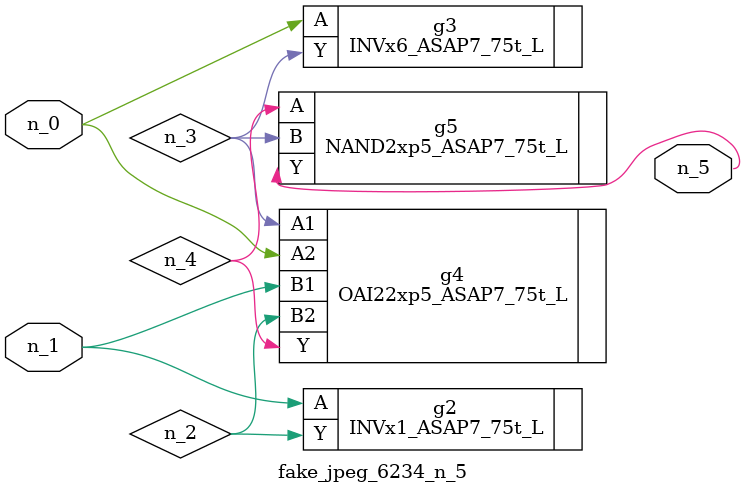
<source format=v>
module fake_jpeg_6234_n_5 (n_0, n_1, n_5);

input n_0;
input n_1;

output n_5;

wire n_2;
wire n_3;
wire n_4;

INVx1_ASAP7_75t_L g2 ( 
.A(n_1),
.Y(n_2)
);

INVx6_ASAP7_75t_L g3 ( 
.A(n_0),
.Y(n_3)
);

OAI22xp5_ASAP7_75t_L g4 ( 
.A1(n_3),
.A2(n_0),
.B1(n_1),
.B2(n_2),
.Y(n_4)
);

NAND2xp5_ASAP7_75t_L g5 ( 
.A(n_4),
.B(n_3),
.Y(n_5)
);


endmodule
</source>
